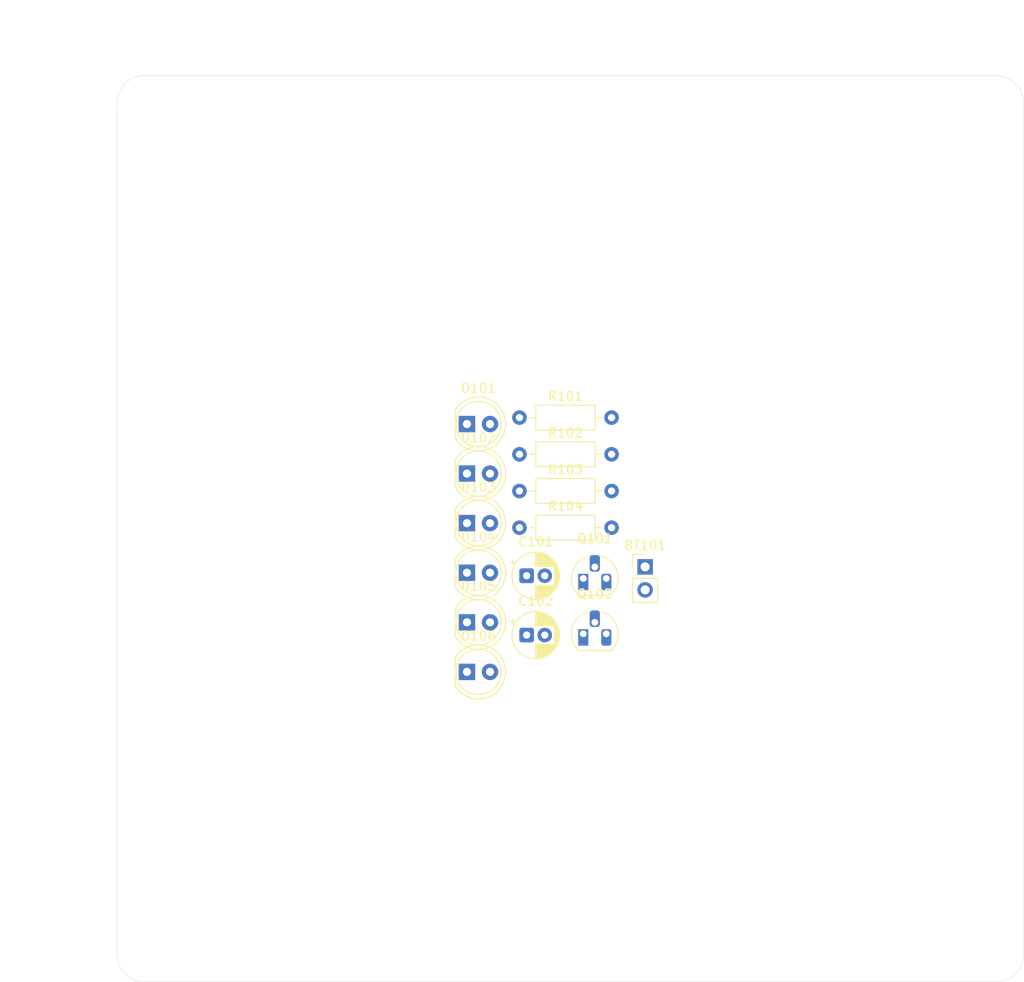
<source format=kicad_pcb>
(kicad_pcb (version 20241229) (generator "pcbnew") (generator_version "9.0")
  (title_block (rev "1"))
  (layers (0 "F.Cu" signal "Front") (2 "B.Cu" signal "Back") (13 "F.Paste" user) (15 "B.Paste" user) (5 "F.SilkS" user "F.Silkscreen") (7 "B.SilkS" user "B.Silkscreen") (1 "F.Mask" user) (3 "B.Mask" user) (25 "Edge.Cuts" user))
  (net 0 "")
  (net 1 "+9V")
  (net 2 "GND")
  (net 3 "Net-(D101-A)")
  (net 4 "Net-(D101-K)")
  (net 5 "Net-(D102-A)")
  (net 6 "Net-(D104-K)")
  (net 7 "Net-(D105-K)")
  (net 8 "Net-(D106-K)")
  (net 9 "Net-(Q102-B)")
  (net 10 "Net-(Q101-C)")
  (net 11 "Net-(Q102-C)")
  (net 12 "Net-(Q101-B)")
  (footprint "Resistor_THT:R_Axial_DIN0207_L6.3mm_D2.5mm_P10.16mm_Horizontal" (layer "F.Cu") (at 133.29 88.54)
    (property "Reference" "R101" (at 5.08 -2.37 0) (layer "F.SilkS"))
    (property "Value" "220")
    (fp_line (start 1.04 0) (end 1.81 0) (stroke (width 0.12)) (layer "F.SilkS"))
    (fp_line (start 9.12 0) (end 8.35 0) (stroke (width 0.12)) (layer "F.SilkS"))
    (fp_rect (start 1.81 -1.37) (end 8.35 1.37) (stroke (width 0.12)) (fill no) (layer "F.SilkS"))
    (pad "1" thru_hole circle (at 0 0) (size 1.6 1.6) (drill 0.8) (layers "*.Cu" "*.Mask") (net 4 "Net-(D101-K)"))
    (pad "2" thru_hole circle (at 10.16 0) (size 1.6 1.6) (drill 0.8) (layers "*.Cu" "*.Mask") (net 10 "Net-(Q101-C)"))
  )
  (footprint "Resistor_THT:R_Axial_DIN0207_L6.3mm_D2.5mm_P10.16mm_Horizontal" (layer "F.Cu") (at 133.29 100.69)
    (property "Reference" "R104" (at 5.08 -2.37 0) (layer "F.SilkS"))
    (property "Value" "2.2k")
    (fp_line (start 1.04 0) (end 1.81 0) (stroke (width 0.12)) (layer "F.SilkS"))
    (fp_line (start 9.12 0) (end 8.35 0) (stroke (width 0.12)) (layer "F.SilkS"))
    (fp_rect (start 1.81 -1.37) (end 8.35 1.37) (stroke (width 0.12)) (fill no) (layer "F.SilkS"))
    (pad "1" thru_hole circle (at 0 0) (size 1.6 1.6) (drill 0.8) (layers "*.Cu" "*.Mask") (net 1 "+9V"))
    (pad "2" thru_hole circle (at 10.16 0) (size 1.6 1.6) (drill 0.8) (layers "*.Cu" "*.Mask") (net 12 "Net-(Q101-B)"))
  )
  (footprint "LED_THT:LED_D5.0mm" (layer "F.Cu") (at 127.5 100.19)
    (property "Reference" "D103" (at 1.27 -3.96 0) (layer "F.SilkS"))
    (property "Value" "LED")
    (fp_line (start -1.29 -1.545) (end -1.29 1.545) (stroke (width 0.12)) (layer "F.SilkS"))
    (fp_arc (start -1.29 -1.54483) (mid 2.071779 -2.880495) (end 4.26 0) (stroke (width 0.12)) (layer "F.SilkS"))
    (fp_arc (start 4.26 0) (mid 2.071779 2.880495) (end -1.29 1.54483) (stroke (width 0.12)) (layer "F.SilkS"))
    (fp_circle (center 1.27 0) (end 3.77 0) (stroke (width 0.12)) (fill no) (layer "F.SilkS"))
    (pad "1" thru_hole rect (at 0 0) (size 1.8 1.8) (drill 0.9) (layers "*.Cu" "*.Mask") (net 5 "Net-(D102-A)"))
    (pad "2" thru_hole circle (at 2.54 0) (size 1.8 1.8) (drill 0.9) (layers "*.Cu" "*.Mask") (net 1 "+9V"))
  )
  (footprint "Capacitor_THT:CP_Radial_D5.0mm_P2.00mm" (layer "F.Cu") (at 134.079775 105.99)
    (property "Reference" "C101" (at 1 -3.75 0) (layer "F.SilkS"))
    (property "Value" "10µF")
    (fp_line (start -1.804775 -1.475) (end -1.304775 -1.475) (stroke (width 0.12)) (layer "F.SilkS"))
    (fp_line (start -1.554775 -1.725) (end -1.554775 -1.225) (stroke (width 0.12)) (layer "F.SilkS"))
    (fp_line (start 1 -2.58) (end 1 -1.04) (stroke (width 0.12)) (layer "F.SilkS"))
    (fp_line (start 1 1.04) (end 1 2.58) (stroke (width 0.12)) (layer "F.SilkS"))
    (fp_line (start 1.04 -2.58) (end 1.04 -1.04) (stroke (width 0.12)) (layer "F.SilkS"))
    (fp_line (start 1.04 1.04) (end 1.04 2.58) (stroke (width 0.12)) (layer "F.SilkS"))
    (fp_line (start 1.08 -2.579) (end 1.08 -1.04) (stroke (width 0.12)) (layer "F.SilkS"))
    (fp_line (start 1.08 1.04) (end 1.08 2.579) (stroke (width 0.12)) (layer "F.SilkS"))
    (fp_line (start 1.12 -2.577) (end 1.12 -1.04) (stroke (width 0.12)) (layer "F.SilkS"))
    (fp_line (start 1.12 1.04) (end 1.12 2.577) (stroke (width 0.12)) (layer "F.SilkS"))
    (fp_line (start 1.16 -2.575) (end 1.16 -1.04) (stroke (width 0.12)) (layer "F.SilkS"))
    (fp_line (start 1.16 1.04) (end 1.16 2.575) (stroke (width 0.12)) (layer "F.SilkS"))
    (fp_line (start 1.2 -2.572) (end 1.2 -1.04) (stroke (width 0.12)) (layer "F.SilkS"))
    (fp_line (start 1.2 1.04) (end 1.2 2.572) (stroke (width 0.12)) (layer "F.SilkS"))
    (fp_line (start 1.24 -2.569) (end 1.24 -1.04) (stroke (width 0.12)) (layer "F.SilkS"))
    (fp_line (start 1.24 1.04) (end 1.24 2.569) (stroke (width 0.12)) (layer "F.SilkS"))
    (fp_line (start 1.28 -2.565) (end 1.28 -1.04) (stroke (width 0.12)) (layer "F.SilkS"))
    (fp_line (start 1.28 1.04) (end 1.28 2.565) (stroke (width 0.12)) (layer "F.SilkS"))
    (fp_line (start 1.32 -2.56) (end 1.32 -1.04) (stroke (width 0.12)) (layer "F.SilkS"))
    (fp_line (start 1.32 1.04) (end 1.32 2.56) (stroke (width 0.12)) (layer "F.SilkS"))
    (fp_line (start 1.36 -2.555) (end 1.36 -1.04) (stroke (width 0.12)) (layer "F.SilkS"))
    (fp_line (start 1.36 1.04) (end 1.36 2.555) (stroke (width 0.12)) (layer "F.SilkS"))
    (fp_line (start 1.4 -2.549) (end 1.4 -1.04) (stroke (width 0.12)) (layer "F.SilkS"))
    (fp_line (start 1.4 1.04) (end 1.4 2.549) (stroke (width 0.12)) (layer "F.SilkS"))
    (fp_line (start 1.44 -2.543) (end 1.44 -1.04) (stroke (width 0.12)) (layer "F.SilkS"))
    (fp_line (start 1.44 1.04) (end 1.44 2.543) (stroke (width 0.12)) (layer "F.SilkS"))
    (fp_line (start 1.48 -2.536) (end 1.48 -1.04) (stroke (width 0.12)) (layer "F.SilkS"))
    (fp_line (start 1.48 1.04) (end 1.48 2.536) (stroke (width 0.12)) (layer "F.SilkS"))
    (fp_line (start 1.52 -2.528) (end 1.52 -1.04) (stroke (width 0.12)) (layer "F.SilkS"))
    (fp_line (start 1.52 1.04) (end 1.52 2.528) (stroke (width 0.12)) (layer "F.SilkS"))
    (fp_line (start 1.56 -2.519) (end 1.56 -1.04) (stroke (width 0.12)) (layer "F.SilkS"))
    (fp_line (start 1.56 1.04) (end 1.56 2.519) (stroke (width 0.12)) (layer "F.SilkS"))
    (fp_line (start 1.6 -2.51) (end 1.6 -1.04) (stroke (width 0.12)) (layer "F.SilkS"))
    (fp_line (start 1.6 1.04) (end 1.6 2.51) (stroke (width 0.12)) (layer "F.SilkS"))
    (fp_line (start 1.64 -2.501) (end 1.64 -1.04) (stroke (width 0.12)) (layer "F.SilkS"))
    (fp_line (start 1.64 1.04) (end 1.64 2.501) (stroke (width 0.12)) (layer "F.SilkS"))
    (fp_line (start 1.68 -2.49) (end 1.68 -1.04) (stroke (width 0.12)) (layer "F.SilkS"))
    (fp_line (start 1.68 1.04) (end 1.68 2.49) (stroke (width 0.12)) (layer "F.SilkS"))
    (fp_line (start 1.72 -2.479) (end 1.72 -1.04) (stroke (width 0.12)) (layer "F.SilkS"))
    (fp_line (start 1.72 1.04) (end 1.72 2.479) (stroke (width 0.12)) (layer "F.SilkS"))
    (fp_line (start 1.76 -2.467) (end 1.76 -1.04) (stroke (width 0.12)) (layer "F.SilkS"))
    (fp_line (start 1.76 1.04) (end 1.76 2.467) (stroke (width 0.12)) (layer "F.SilkS"))
    (fp_line (start 1.8 -2.455) (end 1.8 -1.04) (stroke (width 0.12)) (layer "F.SilkS"))
    (fp_line (start 1.8 1.04) (end 1.8 2.455) (stroke (width 0.12)) (layer "F.SilkS"))
    (fp_line (start 1.84 -2.442) (end 1.84 -1.04) (stroke (width 0.12)) (layer "F.SilkS"))
    (fp_line (start 1.84 1.04) (end 1.84 2.442) (stroke (width 0.12)) (layer "F.SilkS"))
    (fp_line (start 1.88 -2.428) (end 1.88 -1.04) (stroke (width 0.12)) (layer "F.SilkS"))
    (fp_line (start 1.88 1.04) (end 1.88 2.428) (stroke (width 0.12)) (layer "F.SilkS"))
    (fp_line (start 1.92 -2.413) (end 1.92 -1.04) (stroke (width 0.12)) (layer "F.SilkS"))
    (fp_line (start 1.92 1.04) (end 1.92 2.413) (stroke (width 0.12)) (layer "F.SilkS"))
    (fp_line (start 1.96 -2.398) (end 1.96 -1.04) (stroke (width 0.12)) (layer "F.SilkS"))
    (fp_line (start 1.96 1.04) (end 1.96 2.398) (stroke (width 0.12)) (layer "F.SilkS"))
    (fp_line (start 2 -2.382) (end 2 -1.04) (stroke (width 0.12)) (layer "F.SilkS"))
    (fp_line (start 2 1.04) (end 2 2.382) (stroke (width 0.12)) (layer "F.SilkS"))
    (fp_line (start 2.04 -2.365) (end 2.04 -1.04) (stroke (width 0.12)) (layer "F.SilkS"))
    (fp_line (start 2.04 1.04) (end 2.04 2.365) (stroke (width 0.12)) (layer "F.SilkS"))
    (fp_line (start 2.08 -2.347) (end 2.08 -1.04) (stroke (width 0.12)) (layer "F.SilkS"))
    (fp_line (start 2.08 1.04) (end 2.08 2.347) (stroke (width 0.12)) (layer "F.SilkS"))
    (fp_line (start 2.12 -2.329) (end 2.12 -1.04) (stroke (width 0.12)) (layer "F.SilkS"))
    (fp_line (start 2.12 1.04) (end 2.12 2.329) (stroke (width 0.12)) (layer "F.SilkS"))
    (fp_line (start 2.16 -2.309) (end 2.16 -1.04) (stroke (width 0.12)) (layer "F.SilkS"))
    (fp_line (start 2.16 1.04) (end 2.16 2.309) (stroke (width 0.12)) (layer "F.SilkS"))
    (fp_line (start 2.2 -2.289) (end 2.2 -1.04) (stroke (width 0.12)) (layer "F.SilkS"))
    (fp_line (start 2.2 1.04) (end 2.2 2.289) (stroke (width 0.12)) (layer "F.SilkS"))
    (fp_line (start 2.24 -2.268) (end 2.24 -1.04) (stroke (width 0.12)) (layer "F.SilkS"))
    (fp_line (start 2.24 1.04) (end 2.24 2.268) (stroke (width 0.12)) (layer "F.SilkS"))
    (fp_line (start 2.28 -2.246) (end 2.28 -1.04) (stroke (width 0.12)) (layer "F.SilkS"))
    (fp_line (start 2.28 1.04) (end 2.28 2.246) (stroke (width 0.12)) (layer "F.SilkS"))
    (fp_line (start 2.32 -2.223) (end 2.32 -1.04) (stroke (width 0.12)) (layer "F.SilkS"))
    (fp_line (start 2.32 1.04) (end 2.32 2.223) (stroke (width 0.12)) (layer "F.SilkS"))
    (fp_line (start 2.36 -2.199) (end 2.36 -1.04) (stroke (width 0.12)) (layer "F.SilkS"))
    (fp_line (start 2.36 1.04) (end 2.36 2.199) (stroke (width 0.12)) (layer "F.SilkS"))
    (fp_line (start 2.4 -2.175) (end 2.4 -1.04) (stroke (width 0.12)) (layer "F.SilkS"))
    (fp_line (start 2.4 1.04) (end 2.4 2.175) (stroke (width 0.12)) (layer "F.SilkS"))
    (fp_line (start 2.44 -2.149) (end 2.44 -1.04) (stroke (width 0.12)) (layer "F.SilkS"))
    (fp_line (start 2.44 1.04) (end 2.44 2.149) (stroke (width 0.12)) (layer "F.SilkS"))
    (fp_line (start 2.48 -2.122) (end 2.48 -1.04) (stroke (width 0.12)) (layer "F.SilkS"))
    (fp_line (start 2.48 1.04) (end 2.48 2.122) (stroke (width 0.12)) (layer "F.SilkS"))
    (fp_line (start 2.52 -2.094) (end 2.52 -1.04) (stroke (width 0.12)) (layer "F.SilkS"))
    (fp_line (start 2.52 1.04) (end 2.52 2.094) (stroke (width 0.12)) (layer "F.SilkS"))
    (fp_line (start 2.56 -2.065) (end 2.56 -1.04) (stroke (width 0.12)) (layer "F.SilkS"))
    (fp_line (start 2.56 1.04) (end 2.56 2.065) (stroke (width 0.12)) (layer "F.SilkS"))
    (fp_line (start 2.6 -2.035) (end 2.6 -1.04) (stroke (width 0.12)) (layer "F.SilkS"))
    (fp_line (start 2.6 1.04) (end 2.6 2.035) (stroke (width 0.12)) (layer "F.SilkS"))
    (fp_line (start 2.64 -2.003) (end 2.64 -1.04) (stroke (width 0.12)) (layer "F.SilkS"))
    (fp_line (start 2.64 1.04) (end 2.64 2.003) (stroke (width 0.12)) (layer "F.SilkS"))
    (fp_line (start 2.68 -1.97) (end 2.68 -1.04) (stroke (width 0.12)) (layer "F.SilkS"))
    (fp_line (start 2.68 1.04) (end 2.68 1.97) (stroke (width 0.12)) (layer "F.SilkS"))
    (fp_line (start 2.72 -1.936) (end 2.72 -1.04) (stroke (width 0.12)) (layer "F.SilkS"))
    (fp_line (start 2.72 1.04) (end 2.72 1.936) (stroke (width 0.12)) (layer "F.SilkS"))
    (fp_line (start 2.76 -1.901) (end 2.76 -1.04) (stroke (width 0.12)) (layer "F.SilkS"))
    (fp_line (start 2.76 1.04) (end 2.76 1.901) (stroke (width 0.12)) (layer "F.SilkS"))
    (fp_line (start 2.8 -1.864) (end 2.8 -1.04) (stroke (width 0.12)) (layer "F.SilkS"))
    (fp_line (start 2.8 1.04) (end 2.8 1.864) (stroke (width 0.12)) (layer "F.SilkS"))
    (fp_line (start 2.84 -1.825) (end 2.84 -1.04) (stroke (width 0.12)) (layer "F.SilkS"))
    (fp_line (start 2.84 1.04) (end 2.84 1.825) (stroke (width 0.12)) (layer "F.SilkS"))
    (fp_line (start 2.88 -1.785) (end 2.88 -1.04) (stroke (width 0.12)) (layer "F.SilkS"))
    (fp_line (start 2.88 1.04) (end 2.88 1.785) (stroke (width 0.12)) (layer "F.SilkS"))
    (fp_line (start 2.92 -1.743) (end 2.92 -1.04) (stroke (width 0.12)) (layer "F.SilkS"))
    (fp_line (start 2.92 1.04) (end 2.92 1.743) (stroke (width 0.12)) (layer "F.SilkS"))
    (fp_line (start 2.96 -1.699) (end 2.96 -1.04) (stroke (width 0.12)) (layer "F.SilkS"))
    (fp_line (start 2.96 1.04) (end 2.96 1.699) (stroke (width 0.12)) (layer "F.SilkS"))
    (fp_line (start 3 -1.652) (end 3 -1.04) (stroke (width 0.12)) (layer "F.SilkS"))
    (fp_line (start 3 1.04) (end 3 1.652) (stroke (width 0.12)) (layer "F.SilkS"))
    (fp_line (start 3.04 -1.604) (end 3.04 1.604) (stroke (width 0.12)) (layer "F.SilkS"))
    (fp_line (start 3.08 -1.553) (end 3.08 1.553) (stroke (width 0.12)) (layer "F.SilkS"))
    (fp_line (start 3.12 -1.499) (end 3.12 1.499) (stroke (width 0.12)) (layer "F.SilkS"))
    (fp_line (start 3.16 -1.443) (end 3.16 1.443) (stroke (width 0.12)) (layer "F.SilkS"))
    (fp_line (start 3.2 -1.383) (end 3.2 1.383) (stroke (width 0.12)) (layer "F.SilkS"))
    (fp_line (start 3.24 -1.319) (end 3.24 1.319) (stroke (width 0.12)) (layer "F.SilkS"))
    (fp_line (start 3.28 -1.251) (end 3.28 1.251) (stroke (width 0.12)) (layer "F.SilkS"))
    (fp_line (start 3.32 -1.177) (end 3.32 1.177) (stroke (width 0.12)) (layer "F.SilkS"))
    (fp_line (start 3.36 -1.098) (end 3.36 1.098) (stroke (width 0.12)) (layer "F.SilkS"))
    (fp_line (start 3.4 -1.011) (end 3.4 1.011) (stroke (width 0.12)) (layer "F.SilkS"))
    (fp_line (start 3.44 -0.914) (end 3.44 0.914) (stroke (width 0.12)) (layer "F.SilkS"))
    (fp_line (start 3.48 -0.805) (end 3.48 0.805) (stroke (width 0.12)) (layer "F.SilkS"))
    (fp_line (start 3.52 -0.677) (end 3.52 0.677) (stroke (width 0.12)) (layer "F.SilkS"))
    (fp_line (start 3.56 -0.517) (end 3.56 0.517) (stroke (width 0.12)) (layer "F.SilkS"))
    (fp_line (start 3.6 -0.283) (end 3.6 0.283) (stroke (width 0.12)) (layer "F.SilkS"))
    (fp_circle (center 1 0) (end 3.62 0) (stroke (width 0.12)) (fill no) (layer "F.SilkS"))
    (pad "1" thru_hole roundrect (at 0 0) (size 1.6 1.6) (drill 0.8) (layers "*.Cu" "*.Mask") (roundrect_rratio 0.15625) (net 10 "Net-(Q101-C)"))
    (pad "2" thru_hole circle (at 2 0) (size 1.6 1.6) (drill 0.8) (layers "*.Cu" "*.Mask") (net 9 "Net-(Q102-B)"))
  )
  (footprint "Resistor_THT:R_Axial_DIN0207_L6.3mm_D2.5mm_P10.16mm_Horizontal" (layer "F.Cu") (at 133.29 96.64)
    (property "Reference" "R103" (at 5.08 -2.37 0) (layer "F.SilkS"))
    (property "Value" "220")
    (fp_line (start 1.04 0) (end 1.81 0) (stroke (width 0.12)) (layer "F.SilkS"))
    (fp_line (start 9.12 0) (end 8.35 0) (stroke (width 0.12)) (layer "F.SilkS"))
    (fp_rect (start 1.81 -1.37) (end 8.35 1.37) (stroke (width 0.12)) (fill no) (layer "F.SilkS"))
    (pad "1" thru_hole circle (at 0 0) (size 1.6 1.6) (drill 0.8) (layers "*.Cu" "*.Mask") (net 8 "Net-(D106-K)"))
    (pad "2" thru_hole circle (at 10.16 0) (size 1.6 1.6) (drill 0.8) (layers "*.Cu" "*.Mask") (net 11 "Net-(Q102-C)"))
  )
  (footprint "Package_TO_SOT_THT:TO-92_HandSolder" (layer "F.Cu") (at 140.33 106.29)
    (property "Reference" "Q101" (at 1.27 -4.4 0) (layer "F.SilkS"))
    (property "Value" "2N3904")
    (fp_line (start -0.53 1.85) (end 3.07 1.85) (stroke (width 0.12)) (layer "F.SilkS"))
    (fp_arc (start -0.541875 1.841741) (mid -1.247231 -0.581764) (end 0.45 -2.45) (stroke (width 0.12)) (layer "F.SilkS"))
    (fp_arc (start 2.05 -2.45) (mid 3.769931 -0.601036) (end 3.078445 1.827684) (stroke (width 0.12)) (layer "F.SilkS"))
    (pad "1" thru_hole rect (at 0 0) (size 1.1 1.8) (drill 0.75 (offset 0 0.4)) (layers "*.Cu" "*.Mask") (net 2 "GND"))
    (pad "2" thru_hole roundrect (at 1.27 -1.27) (size 1.1 1.8) (drill 0.75 (offset 0 -0.4)) (layers "*.Cu" "*.Mask") (net 12 "Net-(Q101-B)"))
    (pad "3" thru_hole roundrect (at 2.54 0) (size 1.1 1.8) (drill 0.75 (offset 0 0.4)) (layers "*.Cu" "*.Mask") (net 10 "Net-(Q101-C)"))
  )
  (footprint "LED_THT:LED_D5.0mm" (layer "F.Cu") (at 127.5 89.25)
    (property "Reference" "D101" (at 1.27 -3.96 0) (layer "F.SilkS"))
    (property "Value" "LED")
    (fp_line (start -1.29 -1.545) (end -1.29 1.545) (stroke (width 0.12)) (layer "F.SilkS"))
    (fp_arc (start -1.29 -1.54483) (mid 2.071779 -2.880495) (end 4.26 0) (stroke (width 0.12)) (layer "F.SilkS"))
    (fp_arc (start 4.26 0) (mid 2.071779 2.880495) (end -1.29 1.54483) (stroke (width 0.12)) (layer "F.SilkS"))
    (fp_circle (center 1.27 0) (end 3.77 0) (stroke (width 0.12)) (fill no) (layer "F.SilkS"))
    (pad "1" thru_hole rect (at 0 0) (size 1.8 1.8) (drill 0.9) (layers "*.Cu" "*.Mask") (net 4 "Net-(D101-K)"))
    (pad "2" thru_hole circle (at 2.54 0) (size 1.8 1.8) (drill 0.9) (layers "*.Cu" "*.Mask") (net 3 "Net-(D101-A)"))
  )
  (footprint "Capacitor_THT:CP_Radial_D5.0mm_P2.00mm" (layer "F.Cu") (at 134.079775 112.54)
    (property "Reference" "C102" (at 1 -3.75 0) (layer "F.SilkS"))
    (property "Value" "10µF")
    (fp_line (start -1.804775 -1.475) (end -1.304775 -1.475) (stroke (width 0.12)) (layer "F.SilkS"))
    (fp_line (start -1.554775 -1.725) (end -1.554775 -1.225) (stroke (width 0.12)) (layer "F.SilkS"))
    (fp_line (start 1 -2.58) (end 1 -1.04) (stroke (width 0.12)) (layer "F.SilkS"))
    (fp_line (start 1 1.04) (end 1 2.58) (stroke (width 0.12)) (layer "F.SilkS"))
    (fp_line (start 1.04 -2.58) (end 1.04 -1.04) (stroke (width 0.12)) (layer "F.SilkS"))
    (fp_line (start 1.04 1.04) (end 1.04 2.58) (stroke (width 0.12)) (layer "F.SilkS"))
    (fp_line (start 1.08 -2.579) (end 1.08 -1.04) (stroke (width 0.12)) (layer "F.SilkS"))
    (fp_line (start 1.08 1.04) (end 1.08 2.579) (stroke (width 0.12)) (layer "F.SilkS"))
    (fp_line (start 1.12 -2.577) (end 1.12 -1.04) (stroke (width 0.12)) (layer "F.SilkS"))
    (fp_line (start 1.12 1.04) (end 1.12 2.577) (stroke (width 0.12)) (layer "F.SilkS"))
    (fp_line (start 1.16 -2.575) (end 1.16 -1.04) (stroke (width 0.12)) (layer "F.SilkS"))
    (fp_line (start 1.16 1.04) (end 1.16 2.575) (stroke (width 0.12)) (layer "F.SilkS"))
    (fp_line (start 1.2 -2.572) (end 1.2 -1.04) (stroke (width 0.12)) (layer "F.SilkS"))
    (fp_line (start 1.2 1.04) (end 1.2 2.572) (stroke (width 0.12)) (layer "F.SilkS"))
    (fp_line (start 1.24 -2.569) (end 1.24 -1.04) (stroke (width 0.12)) (layer "F.SilkS"))
    (fp_line (start 1.24 1.04) (end 1.24 2.569) (stroke (width 0.12)) (layer "F.SilkS"))
    (fp_line (start 1.28 -2.565) (end 1.28 -1.04) (stroke (width 0.12)) (layer "F.SilkS"))
    (fp_line (start 1.28 1.04) (end 1.28 2.565) (stroke (width 0.12)) (layer "F.SilkS"))
    (fp_line (start 1.32 -2.56) (end 1.32 -1.04) (stroke (width 0.12)) (layer "F.SilkS"))
    (fp_line (start 1.32 1.04) (end 1.32 2.56) (stroke (width 0.12)) (layer "F.SilkS"))
    (fp_line (start 1.36 -2.555) (end 1.36 -1.04) (stroke (width 0.12)) (layer "F.SilkS"))
    (fp_line (start 1.36 1.04) (end 1.36 2.555) (stroke (width 0.12)) (layer "F.SilkS"))
    (fp_line (start 1.4 -2.549) (end 1.4 -1.04) (stroke (width 0.12)) (layer "F.SilkS"))
    (fp_line (start 1.4 1.04) (end 1.4 2.549) (stroke (width 0.12)) (layer "F.SilkS"))
    (fp_line (start 1.44 -2.543) (end 1.44 -1.04) (stroke (width 0.12)) (layer "F.SilkS"))
    (fp_line (start 1.44 1.04) (end 1.44 2.543) (stroke (width 0.12)) (layer "F.SilkS"))
    (fp_line (start 1.48 -2.536) (end 1.48 -1.04) (stroke (width 0.12)) (layer "F.SilkS"))
    (fp_line (start 1.48 1.04) (end 1.48 2.536) (stroke (width 0.12)) (layer "F.SilkS"))
    (fp_line (start 1.52 -2.528) (end 1.52 -1.04) (stroke (width 0.12)) (layer "F.SilkS"))
    (fp_line (start 1.52 1.04) (end 1.52 2.528) (stroke (width 0.12)) (layer "F.SilkS"))
    (fp_line (start 1.56 -2.519) (end 1.56 -1.04) (stroke (width 0.12)) (layer "F.SilkS"))
    (fp_line (start 1.56 1.04) (end 1.56 2.519) (stroke (width 0.12)) (layer "F.SilkS"))
    (fp_line (start 1.6 -2.51) (end 1.6 -1.04) (stroke (width 0.12)) (layer "F.SilkS"))
    (fp_line (start 1.6 1.04) (end 1.6 2.51) (stroke (width 0.12)) (layer "F.SilkS"))
    (fp_line (start 1.64 -2.501) (end 1.64 -1.04) (stroke (width 0.12)) (layer "F.SilkS"))
    (fp_line (start 1.64 1.04) (end 1.64 2.501) (stroke (width 0.12)) (layer "F.SilkS"))
    (fp_line (start 1.68 -2.49) (end 1.68 -1.04) (stroke (width 0.12)) (layer "F.SilkS"))
    (fp_line (start 1.68 1.04) (end 1.68 2.49) (stroke (width 0.12)) (layer "F.SilkS"))
    (fp_line (start 1.72 -2.479) (end 1.72 -1.04) (stroke (width 0.12)) (layer "F.SilkS"))
    (fp_line (start 1.72 1.04) (end 1.72 2.479) (stroke (width 0.12)) (layer "F.SilkS"))
    (fp_line (start 1.76 -2.467) (end 1.76 -1.04) (stroke (width 0.12)) (layer "F.SilkS"))
    (fp_line (start 1.76 1.04) (end 1.76 2.467) (stroke (width 0.12)) (layer "F.SilkS"))
    (fp_line (start 1.8 -2.455) (end 1.8 -1.04) (stroke (width 0.12)) (layer "F.SilkS"))
    (fp_line (start 1.8 1.04) (end 1.8 2.455) (stroke (width 0.12)) (layer "F.SilkS"))
    (fp_line (start 1.84 -2.442) (end 1.84 -1.04) (stroke (width 0.12)) (layer "F.SilkS"))
    (fp_line (start 1.84 1.04) (end 1.84 2.442) (stroke (width 0.12)) (layer "F.SilkS"))
    (fp_line (start 1.88 -2.428) (end 1.88 -1.04) (stroke (width 0.12)) (layer "F.SilkS"))
    (fp_line (start 1.88 1.04) (end 1.88 2.428) (stroke (width 0.12)) (layer "F.SilkS"))
    (fp_line (start 1.92 -2.413) (end 1.92 -1.04) (stroke (width 0.12)) (layer "F.SilkS"))
    (fp_line (start 1.92 1.04) (end 1.92 2.413) (stroke (width 0.12)) (layer "F.SilkS"))
    (fp_line (start 1.96 -2.398) (end 1.96 -1.04) (stroke (width 0.12)) (layer "F.SilkS"))
    (fp_line (start 1.96 1.04) (end 1.96 2.398) (stroke (width 0.12)) (layer "F.SilkS"))
    (fp_line (start 2 -2.382) (end 2 -1.04) (stroke (width 0.12)) (layer "F.SilkS"))
    (fp_line (start 2 1.04) (end 2 2.382) (stroke (width 0.12)) (layer "F.SilkS"))
    (fp_line (start 2.04 -2.365) (end 2.04 -1.04) (stroke (width 0.12)) (layer "F.SilkS"))
    (fp_line (start 2.04 1.04) (end 2.04 2.365) (stroke (width 0.12)) (layer "F.SilkS"))
    (fp_line (start 2.08 -2.347) (end 2.08 -1.04) (stroke (width 0.12)) (layer "F.SilkS"))
    (fp_line (start 2.08 1.04) (end 2.08 2.347) (stroke (width 0.12)) (layer "F.SilkS"))
    (fp_line (start 2.12 -2.329) (end 2.12 -1.04) (stroke (width 0.12)) (layer "F.SilkS"))
    (fp_line (start 2.12 1.04) (end 2.12 2.329) (stroke (width 0.12)) (layer "F.SilkS"))
    (fp_line (start 2.16 -2.309) (end 2.16 -1.04) (stroke (width 0.12)) (layer "F.SilkS"))
    (fp_line (start 2.16 1.04) (end 2.16 2.309) (stroke (width 0.12)) (layer "F.SilkS"))
    (fp_line (start 2.2 -2.289) (end 2.2 -1.04) (stroke (width 0.12)) (layer "F.SilkS"))
    (fp_line (start 2.2 1.04) (end 2.2 2.289) (stroke (width 0.12)) (layer "F.SilkS"))
    (fp_line (start 2.24 -2.268) (end 2.24 -1.04) (stroke (width 0.12)) (layer "F.SilkS"))
    (fp_line (start 2.24 1.04) (end 2.24 2.268) (stroke (width 0.12)) (layer "F.SilkS"))
    (fp_line (start 2.28 -2.246) (end 2.28 -1.04) (stroke (width 0.12)) (layer "F.SilkS"))
    (fp_line (start 2.28 1.04) (end 2.28 2.246) (stroke (width 0.12)) (layer "F.SilkS"))
    (fp_line (start 2.32 -2.223) (end 2.32 -1.04) (stroke (width 0.12)) (layer "F.SilkS"))
    (fp_line (start 2.32 1.04) (end 2.32 2.223) (stroke (width 0.12)) (layer "F.SilkS"))
    (fp_line (start 2.36 -2.199) (end 2.36 -1.04) (stroke (width 0.12)) (layer "F.SilkS"))
    (fp_line (start 2.36 1.04) (end 2.36 2.199) (stroke (width 0.12)) (layer "F.SilkS"))
    (fp_line (start 2.4 -2.175) (end 2.4 -1.04) (stroke (width 0.12)) (layer "F.SilkS"))
    (fp_line (start 2.4 1.04) (end 2.4 2.175) (stroke (width 0.12)) (layer "F.SilkS"))
    (fp_line (start 2.44 -2.149) (end 2.44 -1.04) (stroke (width 0.12)) (layer "F.SilkS"))
    (fp_line (start 2.44 1.04) (end 2.44 2.149) (stroke (width 0.12)) (layer "F.SilkS"))
    (fp_line (start 2.48 -2.122) (end 2.48 -1.04) (stroke (width 0.12)) (layer "F.SilkS"))
    (fp_line (start 2.48 1.04) (end 2.48 2.122) (stroke (width 0.12)) (layer "F.SilkS"))
    (fp_line (start 2.52 -2.094) (end 2.52 -1.04) (stroke (width 0.12)) (layer "F.SilkS"))
    (fp_line (start 2.52 1.04) (end 2.52 2.094) (stroke (width 0.12)) (layer "F.SilkS"))
    (fp_line (start 2.56 -2.065) (end 2.56 -1.04) (stroke (width 0.12)) (layer "F.SilkS"))
    (fp_line (start 2.56 1.04) (end 2.56 2.065) (stroke (width 0.12)) (layer "F.SilkS"))
    (fp_line (start 2.6 -2.035) (end 2.6 -1.04) (stroke (width 0.12)) (layer "F.SilkS"))
    (fp_line (start 2.6 1.04) (end 2.6 2.035) (stroke (width 0.12)) (layer "F.SilkS"))
    (fp_line (start 2.64 -2.003) (end 2.64 -1.04) (stroke (width 0.12)) (layer "F.SilkS"))
    (fp_line (start 2.64 1.04) (end 2.64 2.003) (stroke (width 0.12)) (layer "F.SilkS"))
    (fp_line (start 2.68 -1.97) (end 2.68 -1.04) (stroke (width 0.12)) (layer "F.SilkS"))
    (fp_line (start 2.68 1.04) (end 2.68 1.97) (stroke (width 0.12)) (layer "F.SilkS"))
    (fp_line (start 2.72 -1.936) (end 2.72 -1.04) (stroke (width 0.12)) (layer "F.SilkS"))
    (fp_line (start 2.72 1.04) (end 2.72 1.936) (stroke (width 0.12)) (layer "F.SilkS"))
    (fp_line (start 2.76 -1.901) (end 2.76 -1.04) (stroke (width 0.12)) (layer "F.SilkS"))
    (fp_line (start 2.76 1.04) (end 2.76 1.901) (stroke (width 0.12)) (layer "F.SilkS"))
    (fp_line (start 2.8 -1.864) (end 2.8 -1.04) (stroke (width 0.12)) (layer "F.SilkS"))
    (fp_line (start 2.8 1.04) (end 2.8 1.864) (stroke (width 0.12)) (layer "F.SilkS"))
    (fp_line (start 2.84 -1.825) (end 2.84 -1.04) (stroke (width 0.12)) (layer "F.SilkS"))
    (fp_line (start 2.84 1.04) (end 2.84 1.825) (stroke (width 0.12)) (layer "F.SilkS"))
    (fp_line (start 2.88 -1.785) (end 2.88 -1.04) (stroke (width 0.12)) (layer "F.SilkS"))
    (fp_line (start 2.88 1.04) (end 2.88 1.785) (stroke (width 0.12)) (layer "F.SilkS"))
    (fp_line (start 2.92 -1.743) (end 2.92 -1.04) (stroke (width 0.12)) (layer "F.SilkS"))
    (fp_line (start 2.92 1.04) (end 2.92 1.743) (stroke (width 0.12)) (layer "F.SilkS"))
    (fp_line (start 2.96 -1.699) (end 2.96 -1.04) (stroke (width 0.12)) (layer "F.SilkS"))
    (fp_line (start 2.96 1.04) (end 2.96 1.699) (stroke (width 0.12)) (layer "F.SilkS"))
    (fp_line (start 3 -1.652) (end 3 -1.04) (stroke (width 0.12)) (layer "F.SilkS"))
    (fp_line (start 3 1.04) (end 3 1.652) (stroke (width 0.12)) (layer "F.SilkS"))
    (fp_line (start 3.04 -1.604) (end 3.04 1.604) (stroke (width 0.12)) (layer "F.SilkS"))
    (fp_line (start 3.08 -1.553) (end 3.08 1.553) (stroke (width 0.12)) (layer "F.SilkS"))
    (fp_line (start 3.12 -1.499) (end 3.12 1.499) (stroke (width 0.12)) (layer "F.SilkS"))
    (fp_line (start 3.16 -1.443) (end 3.16 1.443) (stroke (width 0.12)) (layer "F.SilkS"))
    (fp_line (start 3.2 -1.383) (end 3.2 1.383) (stroke (width 0.12)) (layer "F.SilkS"))
    (fp_line (start 3.24 -1.319) (end 3.24 1.319) (stroke (width 0.12)) (layer "F.SilkS"))
    (fp_line (start 3.28 -1.251) (end 3.28 1.251) (stroke (width 0.12)) (layer "F.SilkS"))
    (fp_line (start 3.32 -1.177) (end 3.32 1.177) (stroke (width 0.12)) (layer "F.SilkS"))
    (fp_line (start 3.36 -1.098) (end 3.36 1.098) (stroke (width 0.12)) (layer "F.SilkS"))
    (fp_line (start 3.4 -1.011) (end 3.4 1.011) (stroke (width 0.12)) (layer "F.SilkS"))
    (fp_line (start 3.44 -0.914) (end 3.44 0.914) (stroke (width 0.12)) (layer "F.SilkS"))
    (fp_line (start 3.48 -0.805) (end 3.48 0.805) (stroke (width 0.12)) (layer "F.SilkS"))
    (fp_line (start 3.52 -0.677) (end 3.52 0.677) (stroke (width 0.12)) (layer "F.SilkS"))
    (fp_line (start 3.56 -0.517) (end 3.56 0.517) (stroke (width 0.12)) (layer "F.SilkS"))
    (fp_line (start 3.6 -0.283) (end 3.6 0.283) (stroke (width 0.12)) (layer "F.SilkS"))
    (fp_circle (center 1 0) (end 3.62 0) (stroke (width 0.12)) (fill no) (layer "F.SilkS"))
    (pad "1" thru_hole roundrect (at 0 0) (size 1.6 1.6) (drill 0.8) (layers "*.Cu" "*.Mask") (roundrect_rratio 0.15625) (net 11 "Net-(Q102-C)"))
    (pad "2" thru_hole circle (at 2 0) (size 1.6 1.6) (drill 0.8) (layers "*.Cu" "*.Mask") (net 12 "Net-(Q101-B)"))
  )
  (footprint "LED_THT:LED_D5.0mm" (layer "F.Cu") (at 127.5 105.66)
    (property "Reference" "D104" (at 1.27 -3.96 0) (layer "F.SilkS"))
    (property "Value" "LED")
    (fp_line (start -1.29 -1.545) (end -1.29 1.545) (stroke (width 0.12)) (layer "F.SilkS"))
    (fp_arc (start -1.29 -1.54483) (mid 2.071779 -2.880495) (end 4.26 0) (stroke (width 0.12)) (layer "F.SilkS"))
    (fp_arc (start 4.26 0) (mid 2.071779 2.880495) (end -1.29 1.54483) (stroke (width 0.12)) (layer "F.SilkS"))
    (fp_circle (center 1.27 0) (end 3.77 0) (stroke (width 0.12)) (fill no) (layer "F.SilkS"))
    (pad "1" thru_hole rect (at 0 0) (size 1.8 1.8) (drill 0.9) (layers "*.Cu" "*.Mask") (net 6 "Net-(D104-K)"))
    (pad "2" thru_hole circle (at 2.54 0) (size 1.8 1.8) (drill 0.9) (layers "*.Cu" "*.Mask") (net 1 "+9V"))
  )
  (footprint "Connector_PinHeader_2.54mm:PinHeader_1x02_P2.54mm_Vertical" (layer "F.Cu") (at 147.15 105.01)
    (property "Reference" "BT101" (at 0 -2.38 0) (layer "F.SilkS"))
    (property "Value" "Battery_Cell")
    (fp_line (start -1.38 -1.38) (end 0 -1.38) (stroke (width 0.12)) (layer "F.SilkS"))
    (fp_line (start -1.38 0) (end -1.38 -1.38) (stroke (width 0.12)) (layer "F.SilkS"))
    (fp_line (start -1.38 1.27) (end -1.38 3.92) (stroke (width 0.12)) (layer "F.SilkS"))
    (fp_line (start -1.38 1.27) (end 1.38 1.27) (stroke (width 0.12)) (layer "F.SilkS"))
    (fp_line (start -1.38 3.92) (end 1.38 3.92) (stroke (width 0.12)) (layer "F.SilkS"))
    (fp_line (start 1.38 1.27) (end 1.38 3.92) (stroke (width 0.12)) (layer "F.SilkS"))
    (pad "1" thru_hole rect (at 0 0) (size 1.7 1.7) (drill 1) (layers "*.Cu" "*.Mask") (net 1 "+9V"))
    (pad "2" thru_hole circle (at 0 2.54) (size 1.7 1.7) (drill 1) (layers "*.Cu" "*.Mask") (net 2 "GND"))
  )
  (footprint "LED_THT:LED_D5.0mm" (layer "F.Cu") (at 127.5 111.13)
    (property "Reference" "D105" (at 1.27 -3.96 0) (layer "F.SilkS"))
    (property "Value" "LED")
    (fp_line (start -1.29 -1.545) (end -1.29 1.545) (stroke (width 0.12)) (layer "F.SilkS"))
    (fp_arc (start -1.29 -1.54483) (mid 2.071779 -2.880495) (end 4.26 0) (stroke (width 0.12)) (layer "F.SilkS"))
    (fp_arc (start 4.26 0) (mid 2.071779 2.880495) (end -1.29 1.54483) (stroke (width 0.12)) (layer "F.SilkS"))
    (fp_circle (center 1.27 0) (end 3.77 0) (stroke (width 0.12)) (fill no) (layer "F.SilkS"))
    (pad "1" thru_hole rect (at 0 0) (size 1.8 1.8) (drill 0.9) (layers "*.Cu" "*.Mask") (net 7 "Net-(D105-K)"))
    (pad "2" thru_hole circle (at 2.54 0) (size 1.8 1.8) (drill 0.9) (layers "*.Cu" "*.Mask") (net 6 "Net-(D104-K)"))
  )
  (footprint "LED_THT:LED_D5.0mm" (layer "F.Cu") (at 127.5 94.72)
    (property "Reference" "D102" (at 1.27 -3.96 0) (layer "F.SilkS"))
    (property "Value" "LED")
    (fp_line (start -1.29 -1.545) (end -1.29 1.545) (stroke (width 0.12)) (layer "F.SilkS"))
    (fp_arc (start -1.29 -1.54483) (mid 2.071779 -2.880495) (end 4.26 0) (stroke (width 0.12)) (layer "F.SilkS"))
    (fp_arc (start 4.26 0) (mid 2.071779 2.880495) (end -1.29 1.54483) (stroke (width 0.12)) (layer "F.SilkS"))
    (fp_circle (center 1.27 0) (end 3.77 0) (stroke (width 0.12)) (fill no) (layer "F.SilkS"))
    (pad "1" thru_hole rect (at 0 0) (size 1.8 1.8) (drill 0.9) (layers "*.Cu" "*.Mask") (net 3 "Net-(D101-A)"))
    (pad "2" thru_hole circle (at 2.54 0) (size 1.8 1.8) (drill 0.9) (layers "*.Cu" "*.Mask") (net 5 "Net-(D102-A)"))
  )
  (footprint "LED_THT:LED_D5.0mm" (layer "F.Cu") (at 127.5 116.6)
    (property "Reference" "D106" (at 1.27 -3.96 0) (layer "F.SilkS"))
    (property "Value" "LED")
    (fp_line (start -1.29 -1.545) (end -1.29 1.545) (stroke (width 0.12)) (layer "F.SilkS"))
    (fp_arc (start -1.29 -1.54483) (mid 2.071779 -2.880495) (end 4.26 0) (stroke (width 0.12)) (layer "F.SilkS"))
    (fp_arc (start 4.26 0) (mid 2.071779 2.880495) (end -1.29 1.54483) (stroke (width 0.12)) (layer "F.SilkS"))
    (fp_circle (center 1.27 0) (end 3.77 0) (stroke (width 0.12)) (fill no) (layer "F.SilkS"))
    (pad "1" thru_hole rect (at 0 0) (size 1.8 1.8) (drill 0.9) (layers "*.Cu" "*.Mask") (net 8 "Net-(D106-K)"))
    (pad "2" thru_hole circle (at 2.54 0) (size 1.8 1.8) (drill 0.9) (layers "*.Cu" "*.Mask") (net 7 "Net-(D105-K)"))
  )
  (footprint "Package_TO_SOT_THT:TO-92_HandSolder" (layer "F.Cu") (at 140.33 112.4)
    (property "Reference" "Q102" (at 1.27 -4.4 0) (layer "F.SilkS"))
    (property "Value" "2N3904")
    (fp_line (start -0.53 1.85) (end 3.07 1.85) (stroke (width 0.12)) (layer "F.SilkS"))
    (fp_arc (start -0.541875 1.841741) (mid -1.247231 -0.581764) (end 0.45 -2.45) (stroke (width 0.12)) (layer "F.SilkS"))
    (fp_arc (start 2.05 -2.45) (mid 3.769931 -0.601036) (end 3.078445 1.827684) (stroke (width 0.12)) (layer "F.SilkS"))
    (pad "1" thru_hole rect (at 0 0) (size 1.1 1.8) (drill 0.75 (offset 0 0.4)) (layers "*.Cu" "*.Mask") (net 2 "GND"))
    (pad "2" thru_hole roundrect (at 1.27 -1.27) (size 1.1 1.8) (drill 0.75 (offset 0 -0.4)) (layers "*.Cu" "*.Mask") (net 9 "Net-(Q102-B)"))
    (pad "3" thru_hole roundrect (at 2.54 0) (size 1.1 1.8) (drill 0.75 (offset 0 0.4)) (layers "*.Cu" "*.Mask") (net 11 "Net-(Q102-C)"))
  )
  (footprint "Resistor_THT:R_Axial_DIN0207_L6.3mm_D2.5mm_P10.16mm_Horizontal" (layer "F.Cu") (at 133.29 92.59)
    (property "Reference" "R102" (at 5.08 -2.37 0) (layer "F.SilkS"))
    (property "Value" "2.2k")
    (fp_line (start 1.04 0) (end 1.81 0) (stroke (width 0.12)) (layer "F.SilkS"))
    (fp_line (start 9.12 0) (end 8.35 0) (stroke (width 0.12)) (layer "F.SilkS"))
    (fp_rect (start 1.81 -1.37) (end 8.35 1.37) (stroke (width 0.12)) (fill no) (layer "F.SilkS"))
    (pad "1" thru_hole circle (at 0 0) (size 1.6 1.6) (drill 0.8) (layers "*.Cu" "*.Mask") (net 1 "+9V"))
    (pad "2" thru_hole circle (at 10.16 0) (size 1.6 1.6) (drill 0.8) (layers "*.Cu" "*.Mask") (net 9 "Net-(Q102-B)"))
  )
  (gr_line (start 88.9 147.8) (end 88.9 53.8) (stroke (width 0.0381)) (layer "Edge.Cuts"))
  (gr_line (start 91.9 50.8) (end 185.9 50.8) (stroke (width 0.0381)) (layer "Edge.Cuts"))
  (gr_line (start 188.9 53.8) (end 188.9 147.8) (stroke (width 0.0381)) (layer "Edge.Cuts"))
  (gr_arc (start 91.9 150.8) (mid 89.77868 149.92132) (end 88.9 147.8) (stroke (width 0.0381)) (layer "Edge.Cuts"))
  (gr_arc (start 185.9 50.8) (mid 188.02132 51.67868) (end 188.9 53.8) (stroke (width 0.0381)) (layer "Edge.Cuts"))
  (gr_arc (start 88.9 53.8) (mid 89.77868 51.67868) (end 91.9 50.8) (stroke (width 0.0381)) (layer "Edge.Cuts"))
  (gr_line (start 185.9 150.8) (end 91.9 150.8) (stroke (width 0.0381)) (layer "Edge.Cuts"))
  (gr_arc (start 188.9 147.8) (mid 188.02132 149.92132) (end 185.9 150.8) (stroke (width 0.0381)) (layer "Edge.Cuts"))
)
</source>
